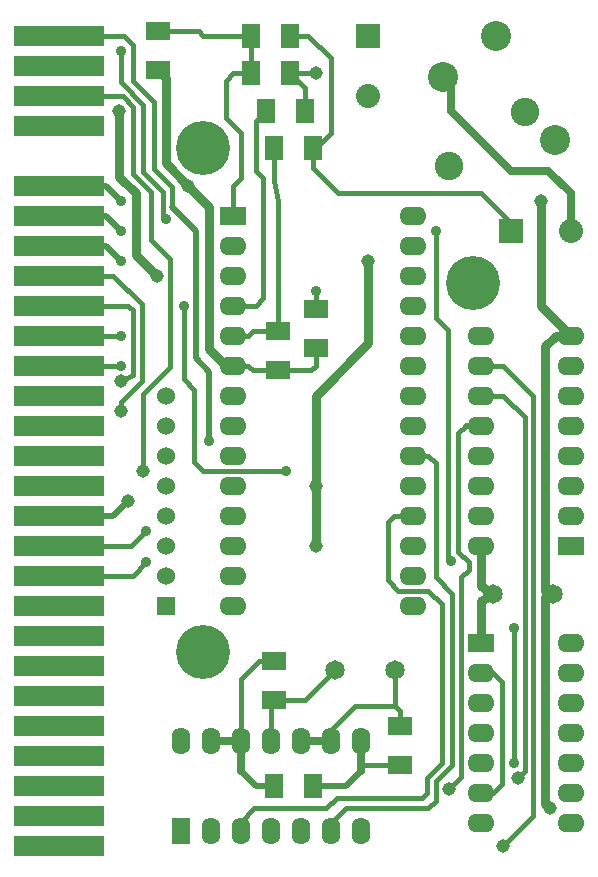
<source format=gtl>
G04 (created by PCBNEW-RS274X (2012-01-19 BZR 3256)-stable) date 18.2.2013 23:23:50*
G01*
G70*
G90*
%MOIN*%
G04 Gerber Fmt 3.4, Leading zero omitted, Abs format*
%FSLAX34Y34*%
G04 APERTURE LIST*
%ADD10C,0.006000*%
%ADD11R,0.090000X0.062000*%
%ADD12O,0.090000X0.062000*%
%ADD13R,0.062000X0.090000*%
%ADD14O,0.062000X0.090000*%
%ADD15C,0.100000*%
%ADD16C,0.095000*%
%ADD17R,0.300000X0.070000*%
%ADD18R,0.060000X0.060000*%
%ADD19C,0.060000*%
%ADD20R,0.080000X0.080000*%
%ADD21C,0.080000*%
%ADD22R,0.060000X0.080000*%
%ADD23R,0.080000X0.060000*%
%ADD24C,0.065000*%
%ADD25C,0.180000*%
%ADD26C,0.045000*%
%ADD27C,0.035000*%
%ADD28C,0.030000*%
%ADD29C,0.020000*%
%ADD30C,0.017000*%
%ADD31C,0.025000*%
G04 APERTURE END LIST*
G54D10*
G54D11*
X34500Y-31500D03*
G54D12*
X34500Y-32500D03*
X34500Y-33500D03*
X34500Y-34500D03*
X34500Y-35500D03*
X34500Y-36500D03*
X34500Y-37500D03*
X34500Y-38500D03*
X34500Y-39500D03*
X34500Y-40500D03*
X34500Y-41500D03*
X34500Y-42500D03*
X34500Y-43500D03*
X34500Y-44500D03*
X40500Y-44500D03*
X40500Y-43500D03*
X40500Y-42500D03*
X40500Y-41500D03*
X40500Y-40500D03*
X40500Y-39500D03*
X40500Y-38500D03*
X40500Y-37500D03*
X40500Y-36500D03*
X40500Y-35500D03*
X40500Y-34500D03*
X40500Y-33500D03*
X40500Y-32500D03*
X40500Y-31500D03*
G54D13*
X32750Y-52000D03*
G54D14*
X33750Y-52000D03*
X34750Y-52000D03*
X35750Y-52000D03*
X36750Y-52000D03*
X37750Y-52000D03*
X38750Y-52000D03*
X38750Y-49000D03*
X37750Y-49000D03*
X36750Y-49000D03*
X35750Y-49000D03*
X34750Y-49000D03*
X33750Y-49000D03*
X32750Y-49000D03*
G54D15*
X43250Y-25500D03*
X41478Y-26878D03*
G54D16*
X44234Y-28059D03*
G54D15*
X45219Y-28965D03*
G54D16*
X41675Y-29831D03*
G54D17*
X28700Y-25500D03*
X28700Y-26500D03*
X28700Y-27500D03*
X28700Y-28500D03*
X28700Y-30500D03*
X28700Y-31500D03*
X28700Y-32500D03*
X28700Y-33500D03*
X28700Y-34500D03*
X28700Y-35500D03*
X28700Y-36500D03*
X28700Y-37500D03*
X28700Y-38500D03*
X28700Y-39500D03*
X28700Y-40500D03*
X28700Y-41500D03*
X28700Y-42500D03*
X28700Y-43500D03*
X28700Y-44500D03*
X28700Y-45500D03*
X28700Y-46500D03*
X28700Y-47500D03*
X28700Y-48500D03*
X28700Y-49500D03*
X28700Y-50500D03*
X28700Y-51500D03*
X28700Y-52500D03*
G54D11*
X45750Y-42500D03*
G54D12*
X45750Y-41500D03*
X45750Y-40500D03*
X45750Y-39500D03*
X45750Y-38500D03*
X45750Y-37500D03*
X45750Y-36500D03*
X45750Y-35500D03*
X42750Y-35500D03*
X42750Y-36500D03*
X42750Y-37500D03*
X42750Y-38500D03*
X42750Y-39500D03*
X42750Y-40500D03*
X42750Y-41500D03*
X42750Y-42500D03*
G54D11*
X42750Y-45750D03*
G54D12*
X42750Y-46750D03*
X42750Y-47750D03*
X42750Y-48750D03*
X42750Y-49750D03*
X42750Y-50750D03*
X42750Y-51750D03*
X45750Y-51750D03*
X45750Y-50750D03*
X45750Y-49750D03*
X45750Y-48750D03*
X45750Y-47750D03*
X45750Y-46750D03*
X45750Y-45750D03*
G54D18*
X32250Y-44500D03*
G54D19*
X32250Y-43500D03*
X32250Y-42500D03*
X32250Y-41500D03*
X32250Y-40500D03*
X32250Y-39500D03*
X32250Y-38500D03*
X32250Y-37500D03*
G54D20*
X43750Y-32000D03*
G54D21*
X45750Y-32000D03*
G54D20*
X39000Y-25500D03*
G54D21*
X39000Y-27500D03*
G54D22*
X35850Y-50500D03*
X37150Y-50500D03*
G54D23*
X40050Y-48500D03*
X40050Y-49800D03*
X35850Y-46350D03*
X35850Y-47650D03*
X36000Y-35350D03*
X36000Y-36650D03*
X37250Y-34600D03*
X37250Y-35900D03*
X32000Y-25350D03*
X32000Y-26650D03*
G54D22*
X36400Y-25500D03*
X35100Y-25500D03*
X36900Y-28000D03*
X35600Y-28000D03*
X36400Y-26750D03*
X35100Y-26750D03*
X37150Y-29250D03*
X35850Y-29250D03*
G54D24*
X43150Y-44100D03*
X45150Y-44100D03*
X37900Y-46650D03*
X39900Y-46650D03*
G54D25*
X42500Y-33750D03*
X33500Y-29250D03*
X33500Y-46050D03*
G54D26*
X37250Y-42500D03*
X31950Y-33500D03*
X37250Y-40500D03*
X39000Y-33000D03*
X30700Y-28000D03*
X31000Y-41000D03*
G54D27*
X31600Y-42000D03*
X31600Y-43050D03*
X36250Y-40000D03*
X32850Y-34500D03*
X30750Y-26000D03*
X41750Y-43000D03*
X41250Y-32000D03*
X32250Y-31600D03*
X33700Y-39000D03*
X43850Y-45250D03*
X43850Y-49750D03*
X30750Y-31000D03*
X30750Y-32000D03*
X30750Y-33000D03*
X30750Y-35500D03*
X30750Y-36500D03*
G54D26*
X30750Y-37000D03*
X30750Y-38000D03*
X31500Y-40000D03*
G54D27*
X37250Y-34000D03*
G54D26*
X44750Y-31000D03*
X45050Y-51250D03*
X33000Y-30500D03*
X41700Y-50600D03*
X43500Y-52500D03*
X44000Y-50250D03*
X37250Y-26750D03*
G54D28*
X37250Y-40500D02*
X37250Y-37500D01*
X42750Y-42500D02*
X42750Y-43850D01*
X42750Y-43850D02*
X43150Y-44100D01*
X42750Y-45750D02*
X42750Y-44350D01*
X42750Y-44350D02*
X43150Y-44100D01*
X30700Y-30200D02*
X31250Y-30750D01*
X31250Y-32800D02*
X31950Y-33500D01*
X37250Y-37500D02*
X39000Y-35750D01*
X37250Y-42500D02*
X37250Y-40500D01*
X31250Y-30750D02*
X31250Y-32800D01*
X39000Y-35750D02*
X39000Y-33000D01*
X30700Y-28000D02*
X30700Y-30200D01*
G54D29*
X28700Y-41500D02*
X30500Y-41500D01*
X30500Y-41500D02*
X31000Y-41000D01*
G54D30*
X28700Y-42500D02*
X31100Y-42500D01*
X31100Y-42500D02*
X31600Y-42000D01*
X28700Y-43500D02*
X31150Y-43500D01*
X31150Y-43500D02*
X31600Y-43050D01*
X35450Y-40000D02*
X36250Y-40000D01*
X33200Y-39700D02*
X33500Y-40000D01*
X32850Y-36950D02*
X33200Y-37300D01*
X32850Y-34500D02*
X32850Y-36950D01*
X33500Y-40000D02*
X35450Y-40000D01*
X33200Y-37300D02*
X33200Y-39700D01*
X41650Y-42890D02*
X41650Y-35300D01*
X30750Y-27050D02*
X30750Y-26000D01*
X41250Y-34900D02*
X41250Y-32000D01*
X32150Y-30700D02*
X31500Y-30050D01*
X41750Y-43000D02*
X41650Y-42890D01*
X41250Y-34900D02*
X41650Y-35300D01*
X32150Y-31500D02*
X32250Y-31600D01*
X31500Y-27800D02*
X30750Y-27050D01*
X32150Y-30700D02*
X32150Y-31500D01*
X31500Y-30050D02*
X31500Y-27800D01*
X31850Y-27700D02*
X31150Y-27000D01*
X30850Y-25500D02*
X28700Y-25500D01*
X32450Y-30550D02*
X31850Y-29950D01*
G54D29*
X33250Y-36250D02*
X33700Y-36700D01*
X33250Y-32000D02*
X33250Y-36250D01*
G54D30*
X31850Y-29950D02*
X31850Y-27700D01*
G54D29*
X33700Y-36700D02*
X33700Y-39000D01*
X32450Y-31200D02*
X33250Y-32000D01*
G54D30*
X31150Y-27000D02*
X31150Y-25800D01*
X32450Y-30550D02*
X32450Y-31200D01*
X31150Y-25800D02*
X30850Y-25500D01*
X43850Y-49750D02*
X43850Y-45250D01*
X41250Y-43550D02*
X41800Y-44100D01*
X41250Y-51000D02*
X41250Y-50350D01*
X41000Y-51250D02*
X41250Y-51000D01*
X41000Y-39500D02*
X41250Y-39750D01*
X37750Y-51750D02*
X38250Y-51250D01*
X40500Y-39500D02*
X41000Y-39500D01*
X41800Y-49800D02*
X41250Y-50350D01*
X41800Y-44100D02*
X41800Y-49800D01*
X37750Y-52000D02*
X37750Y-51750D01*
X41250Y-39750D02*
X41250Y-43550D01*
X38250Y-51250D02*
X41000Y-51250D01*
X41450Y-49750D02*
X41450Y-44450D01*
X40500Y-41500D02*
X39850Y-41500D01*
X41000Y-44000D02*
X40000Y-44000D01*
X35200Y-51250D02*
X37600Y-51250D01*
X39650Y-41700D02*
X39850Y-41500D01*
X41450Y-44450D02*
X41000Y-44000D01*
X41450Y-49750D02*
X40950Y-50250D01*
X40000Y-44000D02*
X39650Y-43650D01*
X37600Y-51250D02*
X37950Y-50900D01*
X34750Y-51700D02*
X35200Y-51250D01*
X39650Y-43650D02*
X39650Y-41700D01*
X40950Y-50250D02*
X40950Y-50750D01*
X37950Y-50900D02*
X40800Y-50900D01*
X40950Y-50750D02*
X40800Y-50900D01*
X34750Y-52000D02*
X34750Y-51700D01*
G54D29*
X28700Y-30500D02*
X30250Y-30500D01*
X30250Y-30500D02*
X30750Y-31000D01*
X28700Y-31500D02*
X30250Y-31500D01*
X30250Y-31500D02*
X30750Y-32000D01*
X30250Y-32500D02*
X30750Y-33000D01*
X28700Y-32500D02*
X30250Y-32500D01*
G54D30*
X28700Y-35500D02*
X30750Y-35500D01*
X28700Y-36500D02*
X30750Y-36500D01*
X31150Y-36800D02*
X30750Y-37000D01*
X31150Y-34650D02*
X31150Y-36800D01*
X31000Y-34500D02*
X28700Y-34500D01*
X31000Y-34500D02*
X31150Y-34650D01*
X30500Y-33500D02*
X31450Y-34450D01*
X30750Y-37700D02*
X31450Y-37000D01*
X28700Y-33500D02*
X30500Y-33500D01*
X31450Y-34450D02*
X31450Y-37000D01*
X30750Y-38000D02*
X30750Y-37700D01*
X31500Y-40000D02*
X31500Y-37450D01*
X32400Y-36550D02*
X32400Y-32950D01*
X31750Y-30700D02*
X31150Y-30100D01*
X31150Y-30100D02*
X31150Y-27875D01*
X32400Y-32950D02*
X31750Y-32300D01*
X30810Y-27500D02*
X31150Y-27875D01*
X31750Y-32300D02*
X31750Y-30700D01*
X32400Y-36550D02*
X31500Y-37450D01*
X28700Y-27500D02*
X30810Y-27500D01*
X36000Y-35350D02*
X36000Y-31000D01*
X34500Y-35500D02*
X35000Y-35500D01*
X35150Y-35350D02*
X36000Y-35350D01*
X36000Y-31000D02*
X35850Y-30350D01*
X35000Y-35500D02*
X35150Y-35350D01*
X35850Y-30350D02*
X35850Y-29250D01*
X35250Y-34500D02*
X35500Y-34250D01*
X35250Y-28350D02*
X35600Y-28000D01*
X35500Y-34250D02*
X35500Y-30250D01*
X35500Y-30250D02*
X35250Y-30000D01*
X35250Y-30000D02*
X35250Y-28350D01*
X34500Y-34500D02*
X35250Y-34500D01*
X37250Y-34000D02*
X37250Y-34600D01*
X33350Y-25350D02*
X33500Y-25500D01*
X32000Y-25350D02*
X33350Y-25350D01*
X34500Y-31500D02*
X34500Y-30500D01*
X34750Y-28750D02*
X34250Y-28250D01*
X34750Y-30250D02*
X34750Y-28750D01*
X34250Y-27000D02*
X34500Y-26750D01*
X35100Y-26750D02*
X35100Y-25500D01*
X34500Y-30500D02*
X34750Y-30250D01*
X33500Y-25500D02*
X35100Y-25500D01*
X34500Y-26750D02*
X35100Y-26750D01*
X34250Y-28250D02*
X34250Y-27000D01*
G54D28*
X33000Y-30500D02*
X32250Y-29750D01*
X33700Y-35950D02*
X34250Y-36500D01*
G54D30*
X35150Y-36650D02*
X36000Y-36650D01*
X35000Y-36500D02*
X35150Y-36650D01*
X36000Y-36650D02*
X37100Y-36650D01*
G54D28*
X32250Y-29750D02*
X32250Y-26900D01*
X44900Y-44200D02*
X45150Y-44100D01*
X44900Y-44000D02*
X45150Y-44100D01*
X32250Y-26900D02*
X32000Y-26650D01*
X44900Y-35850D02*
X44900Y-44000D01*
G54D30*
X34500Y-36500D02*
X35000Y-36500D01*
G54D28*
X33000Y-30500D02*
X33700Y-31200D01*
G54D30*
X37100Y-36650D02*
X37250Y-36500D01*
G54D28*
X44750Y-31000D02*
X44750Y-34500D01*
X44900Y-51100D02*
X44900Y-44200D01*
X33700Y-31200D02*
X33700Y-35950D01*
X44900Y-51100D02*
X45050Y-51250D01*
X44900Y-35850D02*
X45250Y-35500D01*
G54D30*
X37250Y-36500D02*
X37250Y-35900D01*
G54D28*
X34250Y-36500D02*
X34500Y-36500D01*
X45750Y-35500D02*
X45250Y-35500D01*
X44750Y-34500D02*
X45750Y-35500D01*
G54D31*
X38750Y-49800D02*
X38750Y-49000D01*
G54D30*
X40050Y-49800D02*
X38750Y-49800D01*
G54D31*
X38750Y-50000D02*
X38750Y-49800D01*
G54D29*
X38250Y-50500D02*
X38750Y-50000D01*
X37150Y-50500D02*
X38250Y-50500D01*
G54D30*
X42100Y-43550D02*
X42100Y-50200D01*
X42350Y-43050D02*
X42000Y-42700D01*
G54D29*
X42750Y-38500D02*
X42250Y-38500D01*
G54D30*
X42000Y-38750D02*
X42000Y-42700D01*
X42100Y-50200D02*
X41700Y-50600D01*
X42250Y-38500D02*
X42000Y-38750D01*
X42350Y-43300D02*
X42350Y-43050D01*
X42100Y-43550D02*
X42350Y-43300D01*
X35850Y-47650D02*
X36900Y-47650D01*
X36900Y-47650D02*
X37900Y-46650D01*
X35750Y-49000D02*
X35750Y-47750D01*
X35750Y-47750D02*
X35850Y-47650D01*
G54D29*
X35850Y-50500D02*
X35250Y-50500D01*
G54D31*
X34750Y-50000D02*
X34750Y-49000D01*
G54D30*
X34750Y-49000D02*
X34750Y-46950D01*
X34750Y-46950D02*
X35350Y-46350D01*
G54D29*
X35250Y-50500D02*
X34750Y-50000D01*
G54D30*
X35350Y-46350D02*
X35850Y-46350D01*
G54D31*
X34750Y-49000D02*
X33750Y-49000D01*
G54D30*
X42750Y-50750D02*
X43150Y-50750D01*
X43150Y-46750D02*
X42750Y-46750D01*
X43450Y-47050D02*
X43150Y-46750D01*
X43450Y-50450D02*
X43450Y-47050D01*
X43150Y-50750D02*
X43450Y-50450D01*
X37150Y-29900D02*
X37150Y-29250D01*
X42750Y-30750D02*
X38000Y-30750D01*
X43750Y-31750D02*
X42750Y-30750D01*
X37750Y-26250D02*
X37000Y-25500D01*
X43750Y-32000D02*
X43750Y-31750D01*
X38000Y-30750D02*
X37150Y-29900D01*
X37250Y-29250D02*
X37750Y-28750D01*
X37750Y-28750D02*
X37750Y-26250D01*
X37000Y-25500D02*
X36400Y-25500D01*
X37150Y-29250D02*
X37250Y-29250D01*
G54D31*
X41750Y-28000D02*
X41750Y-27050D01*
X43750Y-30000D02*
X41750Y-28000D01*
X45750Y-32000D02*
X45750Y-30750D01*
X45000Y-30000D02*
X43750Y-30000D01*
X41750Y-27050D02*
X41478Y-26878D01*
X45750Y-30750D02*
X45000Y-30000D01*
G54D30*
X44500Y-37500D02*
X43500Y-36500D01*
X43500Y-52500D02*
X44500Y-51500D01*
X44500Y-51500D02*
X44500Y-37500D01*
X43500Y-36500D02*
X42750Y-36500D01*
X44228Y-38228D02*
X44228Y-50022D01*
X43500Y-37500D02*
X44228Y-38228D01*
X44000Y-50250D02*
X44228Y-50022D01*
X42750Y-37500D02*
X43500Y-37500D01*
G54D31*
X37750Y-49000D02*
X36750Y-49000D01*
G54D30*
X39900Y-46650D02*
X39900Y-47850D01*
X37750Y-48650D02*
X38550Y-47850D01*
X38550Y-47850D02*
X39900Y-47850D01*
X39900Y-47850D02*
X40050Y-48000D01*
X40050Y-48000D02*
X40050Y-48500D01*
X37750Y-49000D02*
X37750Y-48650D01*
X36400Y-26750D02*
X37250Y-26750D01*
X36900Y-28000D02*
X36900Y-27250D01*
X36900Y-27250D02*
X36400Y-26750D01*
M02*

</source>
